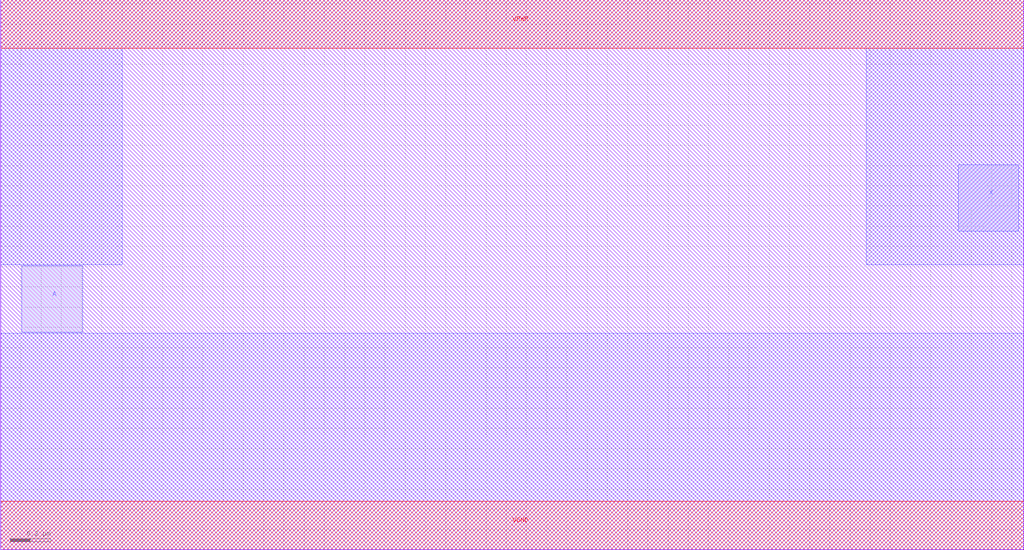
<source format=lef>
VERSION 5.7 ;
NOWIREEXTENSIONATTERMINAL OFF ;
DIVIDERCHAR "/" ;
BUSBITCHARS "[]" ;

UNITS
  DATABASE MICRONS 1000 ;
END UNITS

LAYER pwell
  TYPE NWELL ;
END pwell

LAYER nwell  
  TYPE NWELL ;
END nwell

LAYER poly
  TYPE MASTERSLICE ;
END poly

LAYER li1
  TYPE ROUTING ;
  DIRECTION HORIZONTAL ;
  PITCH 0.46 ;
  WIDTH 0.17 ;
  SPACING 0.14 ;
  RESISTANCE RPERSQ 12.8 ;
  CAPACITANCE CPERSQDIST 164.0 ;
  EDGECAPACITANCE 57.0 ;
END li1

LAYER mcon
  TYPE CUT ;
  SPACING 0.19 ;
END mcon

LAYER met1
  TYPE ROUTING ;
  DIRECTION VERTICAL ;
  PITCH 0.34 ;
  WIDTH 0.14 ;
  SPACING 0.14 ;
  RESISTANCE RPERSQ 0.125 ;
  CAPACITANCE CPERSQDIST 52.4 ;
  EDGECAPACITANCE 28.7 ;
  
  MANUFACTURINGGRID 0.005 ;
  
  ANTENNADIFFAREA 400.0 ;
  ANTENNACUMROUTINGPLUSCUT ;
  ANTENNAGATEPLUSDIFF 350.0 ;
  ANTENNAAREAFACTOR 400.0 ;
END met1

LAYER via
  TYPE CUT ;
  SPACING 0.17 ;
  ENCLOSURE BELOW 0.055 0.085 ;
  ENCLOSURE ABOVE 0.055 0.085 ;
END via

LAYER met2
  TYPE ROUTING ;
  DIRECTION HORIZONTAL ;
  PITCH 0.46 ;
  WIDTH 0.14 ;
  SPACING 0.14 ;
  RESISTANCE RPERSQ 0.125 ;
  CAPACITANCE CPERSQDIST 52.4 ;
  EDGECAPACITANCE 28.7 ;
  
  MANUFACTURINGGRID 0.005 ;
  
  ANTENNADIFFAREA 400.0 ;
  ANTENNACUMROUTINGPLUSCUT ;
  ANTENNAGATEPLUSDIFF 350.0 ;
  ANTENNAAREAFACTOR 400.0 ;
END met2

SITE unithd
  SYMMETRY Y ;
  CLASS CORE ;
  SIZE 0.46 BY 2.72 ;
END unithd

SITE unithd_16t
  SYMMETRY Y ;
  CLASS CORE ;
  SIZE 0.46 BY 2.72 ;
END unithd_16t

MACRO sakemono90_fd_sc_hd__buf_1
  CLASS CORE ;
  FOREIGN sakemono90_fd_sc_hd__buf_1 0.0 0.0 ;
  ORIGIN 0.0 0.0 ;
  SIZE 1.38 BY 2.72 ;
  SYMMETRY X Y ;
  SITE unithd ;
  
  PIN A
    DIRECTION INPUT ;
    USE SIGNAL ;
    PORT
      LAYER li1 ;
        RECT 0.105 1.075 0.405 1.405 ;
    END
  END A

  PIN X
    DIRECTION OUTPUT ;
    USE SIGNAL ;
    PORT
      LAYER li1 ;
        RECT 1.055 1.575 1.355 1.905 ;
    END
  END X

  PIN VPWR
    DIRECTION INOUT ;
    USE POWER ;
    PORT
      LAYER met1 ;
        RECT 0.000 2.480 1.380 2.720 ;
    END
  END VPWR

  PIN VGND
    DIRECTION INOUT ;
    USE GROUND ;
    PORT
      LAYER met1 ;
        RECT 0.000 0.000 1.380 0.240 ;
    END
  END VGND

  OBS
    LAYER li1 ;
      RECT 0.00 0.24 1.38 1.07 ;
      RECT 0.00 1.41 0.60 2.48 ;
      RECT 0.85 1.41 1.38 2.48 ;
  END

END sakemono90_fd_sc_hd__buf_1

MACRO sakemono90_fd_sc_hd__buf_2
  CLASS CORE ;
  FOREIGN sakemono90_fd_sc_hd__buf_2 0.0 0.0 ;
  ORIGIN 0.0 0.0 ;
  SIZE 1.84 BY 2.72 ;
  SYMMETRY X Y ;
  SITE unithd ;
  
  PIN A
    DIRECTION INPUT ;
    USE SIGNAL ;
    PORT
      LAYER li1 ;
        RECT 0.105 1.075 0.405 1.405 ;
    END
  END A

  PIN X
    DIRECTION OUTPUT ;
    USE SIGNAL ;
    PORT
      LAYER li1 ;
        RECT 1.515 1.575 1.815 1.905 ;
    END
  END X

  PIN VPWR
    DIRECTION INOUT ;
    USE POWER ;
    PORT
      LAYER met1 ;
        RECT 0.000 2.480 1.840 2.720 ;
    END
  END VPWR

  PIN VGND
    DIRECTION INOUT ;
    USE GROUND ;
    PORT
      LAYER met1 ;
        RECT 0.000 0.000 1.840 0.240 ;
    END
  END VGND

  OBS
    LAYER li1 ;
      RECT 0.00 0.24 1.84 1.07 ;
      RECT 0.00 1.41 0.60 2.48 ;
      RECT 1.06 1.41 1.84 2.48 ;
  END

END sakemono90_fd_sc_hd__buf_2

MACRO sakemono90_fd_sc_hd__buf_4
  CLASS CORE ;
  FOREIGN sakemono90_fd_sc_hd__buf_4 0.0 0.0 ;
  ORIGIN 0.0 0.0 ;
  SIZE 2.30 BY 2.72 ;
  SYMMETRY X Y ;
  SITE unithd ;
  
  PIN A
    DIRECTION INPUT ;
    USE SIGNAL ;
    PORT
      LAYER li1 ;
        RECT 0.105 1.075 0.405 1.405 ;
    END
  END A

  PIN X
    DIRECTION OUTPUT ;
    USE SIGNAL ;
    PORT
      LAYER li1 ;
        RECT 1.975 1.575 2.275 1.905 ;
    END
  END X

  PIN VPWR
    DIRECTION INOUT ;
    USE POWER ;
    PORT
      LAYER met1 ;
        RECT 0.000 2.480 2.300 2.720 ;
    END
  END VPWR

  PIN VGND
    DIRECTION INOUT ;
    USE GROUND ;
    PORT
      LAYER met1 ;
        RECT 0.000 0.000 2.300 0.240 ;
    END
  END VGND

  OBS
    LAYER li1 ;
      RECT 0.00 0.24 2.30 1.07 ;
      RECT 0.00 1.41 0.60 2.48 ;
      RECT 1.52 1.41 2.30 2.48 ;
  END

END sakemono90_fd_sc_hd__buf_4

MACRO sakemono90_fd_sc_hd__buf_8
  CLASS CORE ;
  FOREIGN sakemono90_fd_sc_hd__buf_8 0.0 0.0 ;
  ORIGIN 0.0 0.0 ;
  SIZE 3.22 BY 2.72 ;
  SYMMETRY X Y ;
  SITE unithd ;
  
  PIN A
    DIRECTION INPUT ;
    USE SIGNAL ;
    PORT
      LAYER li1 ;
        RECT 0.105 1.075 0.405 1.405 ;
    END
  END A

  PIN X
    DIRECTION OUTPUT ;
    USE SIGNAL ;
    PORT
      LAYER li1 ;
        RECT 2.895 1.575 3.195 1.905 ;
    END
  END X

  PIN VPWR
    DIRECTION INOUT ;
    USE POWER ;
    PORT
      LAYER met1 ;
        RECT 0.000 2.480 3.220 2.720 ;
    END
  END VPWR

  PIN VGND
    DIRECTION INOUT ;
    USE GROUND ;
    PORT
      LAYER met1 ;
        RECT 0.000 0.000 3.220 0.240 ;
    END
  END VGND

  OBS
    LAYER li1 ;
      RECT 0.00 0.24 3.22 1.07 ;
      RECT 0.00 1.41 0.60 2.48 ;
      RECT 2.44 1.41 3.22 2.48 ;
  END

END sakemono90_fd_sc_hd__buf_8

MACRO sakemono90_fd_sc_hd__buf_16
  CLASS CORE ;
  FOREIGN sakemono90_fd_sc_hd__buf_16 0.0 0.0 ;
  ORIGIN 0.0 0.0 ;
  SIZE 5.06 BY 2.72 ;
  SYMMETRY X Y ;
  SITE unithd ;
  
  PIN A
    DIRECTION INPUT ;
    USE SIGNAL ;
    PORT
      LAYER li1 ;
        RECT 0.105 1.075 0.405 1.405 ;
    END
  END A

  PIN X
    DIRECTION OUTPUT ;
    USE SIGNAL ;
    PORT
      LAYER li1 ;
        RECT 4.735 1.575 5.035 1.905 ;
    END
  END X

  PIN VPWR
    DIRECTION INOUT ;
    USE POWER ;
    PORT
      LAYER met1 ;
        RECT 0.000 2.480 5.060 2.720 ;
    END
  END VPWR

  PIN VGND
    DIRECTION INOUT ;
    USE GROUND ;
    PORT
      LAYER met1 ;
        RECT 0.000 0.000 5.060 0.240 ;
    END
  END VGND

  OBS
    LAYER li1 ;
      RECT 0.00 0.24 5.06 1.07 ;
      RECT 0.00 1.41 0.60 2.48 ;
      RECT 4.28 1.41 5.06 2.48 ;
  END

END sakemono90_fd_sc_hd__buf_16

END LIBRARY
</source>
